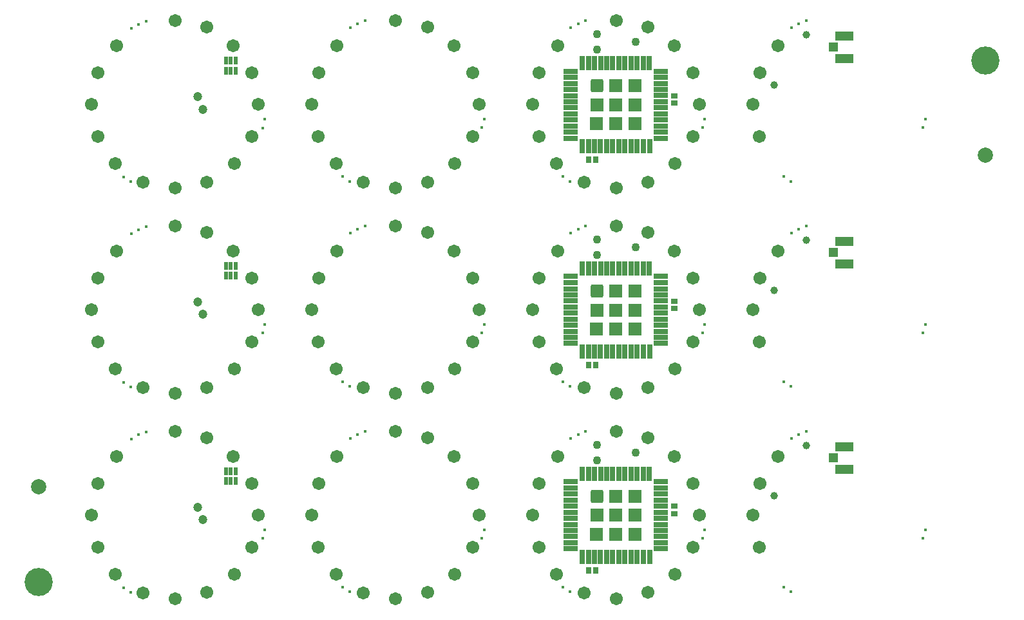
<source format=gts>
G04*
G04 #@! TF.GenerationSoftware,Altium Limited,Altium Designer,19.0.15 (446)*
G04*
G04 Layer_Color=8388736*
%FSAX25Y25*%
%MOIN*%
G70*
G01*
G75*
%ADD24C,0.04724*%
%ADD28C,0.14567*%
%ADD70C,0.07874*%
%ADD71R,0.04737X0.04737*%
%ADD72R,0.09461X0.04934*%
%ADD73R,0.03320X0.03162*%
%ADD74R,0.07493X0.02769*%
%ADD75R,0.02769X0.07493*%
G04:AMPARAMS|DCode=76|XSize=67.06mil|YSize=67.06mil|CornerRadius=9.91mil|HoleSize=0mil|Usage=FLASHONLY|Rotation=0.000|XOffset=0mil|YOffset=0mil|HoleType=Round|Shape=RoundedRectangle|*
%AMROUNDEDRECTD76*
21,1,0.06706,0.04724,0,0,0.0*
21,1,0.04724,0.06706,0,0,0.0*
1,1,0.01981,0.02362,-0.02362*
1,1,0.01981,-0.02362,-0.02362*
1,1,0.01981,-0.02362,0.02362*
1,1,0.01981,0.02362,0.02362*
%
%ADD76ROUNDEDRECTD76*%
%ADD77R,0.06706X0.06706*%
%ADD78R,0.03162X0.03320*%
%ADD79R,0.02375X0.04343*%
%ADD80C,0.01784*%
%ADD81C,0.03950*%
%ADD82C,0.06706*%
%ADD83C,0.04343*%
D24*
X0851979Y0331841D02*
D03*
X0854617Y0325345D02*
D03*
X0851979Y0438140D02*
D03*
X0854617Y0431644D02*
D03*
X0851979Y0544440D02*
D03*
X0854617Y0537943D02*
D03*
D28*
X0769685Y0293307D02*
D03*
X1259842Y0563189D02*
D03*
D70*
X0769685Y0342520D02*
D03*
X1259842Y0513976D02*
D03*
D71*
X1180963Y0357432D02*
D03*
Y0463731D02*
D03*
Y0570030D02*
D03*
D72*
X1186869Y0351624D02*
D03*
Y0363239D02*
D03*
Y0457924D02*
D03*
Y0469538D02*
D03*
Y0564223D02*
D03*
Y0575837D02*
D03*
D73*
X1098829Y0332313D02*
D03*
Y0328534D02*
D03*
Y0438613D02*
D03*
Y0434833D02*
D03*
Y0544912D02*
D03*
Y0541132D02*
D03*
D74*
X1045247Y0345010D02*
D03*
Y0341861D02*
D03*
Y0338672D02*
D03*
Y0335522D02*
D03*
Y0332372D02*
D03*
Y0329223D02*
D03*
Y0326113D02*
D03*
Y0322924D02*
D03*
Y0319774D02*
D03*
Y0316664D02*
D03*
Y0313475D02*
D03*
Y0310365D02*
D03*
X1091711Y0310345D02*
D03*
Y0313498D02*
D03*
X1091711Y0316656D02*
D03*
X1091711Y0319794D02*
D03*
X1091711Y0322943D02*
D03*
X1091711Y0326093D02*
D03*
X1091703Y0329223D02*
D03*
Y0332412D02*
D03*
Y0335561D02*
D03*
Y0338672D02*
D03*
Y0341861D02*
D03*
Y0345010D02*
D03*
X1045247Y0451309D02*
D03*
Y0448160D02*
D03*
Y0444971D02*
D03*
Y0441821D02*
D03*
Y0438672D02*
D03*
Y0435522D02*
D03*
Y0432412D02*
D03*
Y0429223D02*
D03*
Y0426073D02*
D03*
Y0422963D02*
D03*
Y0419774D02*
D03*
Y0416664D02*
D03*
X1091711Y0416644D02*
D03*
Y0419798D02*
D03*
X1091711Y0422955D02*
D03*
X1091711Y0426093D02*
D03*
X1091711Y0429243D02*
D03*
X1091711Y0432392D02*
D03*
X1091703Y0435522D02*
D03*
Y0438711D02*
D03*
Y0441861D02*
D03*
Y0444971D02*
D03*
Y0448160D02*
D03*
Y0451309D02*
D03*
X1045247Y0557609D02*
D03*
Y0554459D02*
D03*
Y0551270D02*
D03*
Y0548121D02*
D03*
Y0544971D02*
D03*
Y0541821D02*
D03*
Y0538711D02*
D03*
Y0535522D02*
D03*
Y0532373D02*
D03*
Y0529262D02*
D03*
Y0526073D02*
D03*
Y0522963D02*
D03*
X1091711Y0522943D02*
D03*
Y0526097D02*
D03*
X1091711Y0529254D02*
D03*
X1091711Y0532392D02*
D03*
X1091711Y0535542D02*
D03*
X1091711Y0538691D02*
D03*
X1091703Y0541821D02*
D03*
Y0545010D02*
D03*
Y0548160D02*
D03*
Y0551270D02*
D03*
Y0554459D02*
D03*
Y0557609D02*
D03*
D75*
X1051152Y0306211D02*
D03*
X1054309D02*
D03*
X1057459D02*
D03*
X1060609Y0306211D02*
D03*
X1063758Y0306211D02*
D03*
X1066908Y0306211D02*
D03*
X1070057D02*
D03*
X1073207Y0306215D02*
D03*
X1076357Y0306215D02*
D03*
X1079506Y0306211D02*
D03*
X1082683D02*
D03*
X1085995Y0306211D02*
D03*
X1085837Y0349144D02*
D03*
X1082648D02*
D03*
X1079538D02*
D03*
X1076388D02*
D03*
X1073239D02*
D03*
X1070089D02*
D03*
X1066939D02*
D03*
X1063790D02*
D03*
X1060640D02*
D03*
X1057491D02*
D03*
X1054341D02*
D03*
X1051152D02*
D03*
Y0412510D02*
D03*
X1054309D02*
D03*
X1057459D02*
D03*
X1060609Y0412510D02*
D03*
X1063758Y0412510D02*
D03*
X1066908Y0412510D02*
D03*
X1070057D02*
D03*
X1073207Y0412514D02*
D03*
X1076357Y0412514D02*
D03*
X1079506Y0412510D02*
D03*
X1082683D02*
D03*
X1085995Y0412510D02*
D03*
X1085837Y0455443D02*
D03*
X1082648D02*
D03*
X1079538D02*
D03*
X1076388D02*
D03*
X1073239D02*
D03*
X1070089D02*
D03*
X1066939D02*
D03*
X1063790D02*
D03*
X1060640D02*
D03*
X1057491D02*
D03*
X1054341D02*
D03*
X1051152D02*
D03*
Y0518810D02*
D03*
X1054309D02*
D03*
X1057459D02*
D03*
X1060609Y0518810D02*
D03*
X1063758Y0518810D02*
D03*
X1066908Y0518810D02*
D03*
X1070057D02*
D03*
X1073207Y0518814D02*
D03*
X1076357Y0518814D02*
D03*
X1079506Y0518810D02*
D03*
X1082683D02*
D03*
X1085995Y0518810D02*
D03*
X1085837Y0561743D02*
D03*
X1082648D02*
D03*
X1079538D02*
D03*
X1076388D02*
D03*
X1073239D02*
D03*
X1070089D02*
D03*
X1066939D02*
D03*
X1063790D02*
D03*
X1060640D02*
D03*
X1057491D02*
D03*
X1054341D02*
D03*
X1051152D02*
D03*
D76*
X1058640Y0337510D02*
D03*
Y0443810D02*
D03*
Y0550109D02*
D03*
D77*
X1068483Y0337510D02*
D03*
X1078325Y0337510D02*
D03*
X1058640Y0327668D02*
D03*
X1068483D02*
D03*
X1078325D02*
D03*
X1058542Y0317825D02*
D03*
X1068483D02*
D03*
X1078325D02*
D03*
X1068483Y0443810D02*
D03*
X1078325Y0443810D02*
D03*
X1058640Y0433967D02*
D03*
X1068483D02*
D03*
X1078325D02*
D03*
X1058542Y0424124D02*
D03*
X1068483D02*
D03*
X1078325D02*
D03*
X1068483Y0550109D02*
D03*
X1078325Y0550109D02*
D03*
X1058640Y0540266D02*
D03*
X1068483D02*
D03*
X1078325D02*
D03*
X1058542Y0530424D02*
D03*
X1068483D02*
D03*
X1078325D02*
D03*
D78*
X1054302Y0299046D02*
D03*
X1058081D02*
D03*
X1054302Y0405345D02*
D03*
X1058081D02*
D03*
X1054302Y0511644D02*
D03*
X1058081D02*
D03*
D79*
X0871782Y0345345D02*
D03*
X0869223D02*
D03*
X0866664D02*
D03*
Y0350463D02*
D03*
X0869223D02*
D03*
X0871782D02*
D03*
Y0451644D02*
D03*
X0869223D02*
D03*
X0866664D02*
D03*
Y0456762D02*
D03*
X0869223D02*
D03*
X0871782D02*
D03*
Y0557943D02*
D03*
X0869223D02*
D03*
X0866664D02*
D03*
Y0563062D02*
D03*
X0869223D02*
D03*
X0871782D02*
D03*
D80*
X1228632Y0320306D02*
D03*
X1227569Y0315935D02*
D03*
X1167046Y0371199D02*
D03*
X1163219Y0369546D02*
D03*
X1159369Y0367538D02*
D03*
X1159053Y0288022D02*
D03*
X1155404Y0290384D02*
D03*
X1228632Y0426605D02*
D03*
X1227569Y0422235D02*
D03*
X1167046Y0477498D02*
D03*
X1163219Y0475845D02*
D03*
X1159369Y0473837D02*
D03*
X1159053Y0394321D02*
D03*
X1155404Y0396684D02*
D03*
X1228632Y0532904D02*
D03*
X1227569Y0528534D02*
D03*
X1167046Y0583798D02*
D03*
X1163219Y0582144D02*
D03*
X1159369Y0580136D02*
D03*
X1159053Y0500620D02*
D03*
X1155404Y0502983D02*
D03*
X1114459Y0320306D02*
D03*
X1113396Y0315935D02*
D03*
X1052872Y0371199D02*
D03*
X1049046Y0369546D02*
D03*
X1045195Y0367538D02*
D03*
X1044880Y0288022D02*
D03*
X1041231Y0290384D02*
D03*
X1114459Y0426605D02*
D03*
X1113396Y0422235D02*
D03*
X1052872Y0477498D02*
D03*
X1049046Y0475845D02*
D03*
X1045195Y0473837D02*
D03*
X1044880Y0394321D02*
D03*
X1041231Y0396684D02*
D03*
X1114459Y0532904D02*
D03*
X1113396Y0528534D02*
D03*
X1052872Y0583798D02*
D03*
X1049046Y0582144D02*
D03*
X1045195Y0580136D02*
D03*
X1044880Y0500620D02*
D03*
X1041231Y0502983D02*
D03*
X1000286Y0320306D02*
D03*
X0999223Y0315935D02*
D03*
X0938699Y0371199D02*
D03*
X0934873Y0369546D02*
D03*
X0931022Y0367538D02*
D03*
X0930707Y0288022D02*
D03*
X0927057Y0290384D02*
D03*
X1000286Y0426605D02*
D03*
X0999223Y0422235D02*
D03*
X0938699Y0477498D02*
D03*
X0934873Y0475845D02*
D03*
X0931022Y0473837D02*
D03*
X0930707Y0394321D02*
D03*
X0927057Y0396684D02*
D03*
X1000286Y0532904D02*
D03*
X0999223Y0528534D02*
D03*
X0938699Y0583798D02*
D03*
X0934873Y0582144D02*
D03*
X0931022Y0580136D02*
D03*
X0930707Y0500620D02*
D03*
X0927057Y0502983D02*
D03*
X0886900Y0320069D02*
D03*
X0885837Y0315699D02*
D03*
X0825313Y0370963D02*
D03*
X0821487Y0369309D02*
D03*
X0817636Y0367302D02*
D03*
X0817321Y0287786D02*
D03*
X0813672Y0290148D02*
D03*
X0886900Y0426369D02*
D03*
X0885837Y0421999D02*
D03*
X0825313Y0477262D02*
D03*
X0821487Y0475609D02*
D03*
X0817636Y0473601D02*
D03*
X0817321Y0394085D02*
D03*
X0813672Y0396447D02*
D03*
X0886900Y0532668D02*
D03*
X0885837Y0528298D02*
D03*
X0825313Y0583562D02*
D03*
X0821487Y0581908D02*
D03*
X0817636Y0579900D02*
D03*
X0817321Y0500384D02*
D03*
X0813672Y0502746D02*
D03*
D81*
X1167136Y0363731D02*
D03*
X1150523Y0337904D02*
D03*
X1167136Y0470030D02*
D03*
X1150523Y0444203D02*
D03*
X1167136Y0576329D02*
D03*
X1150523Y0550502D02*
D03*
D82*
X1152491Y0358101D02*
D03*
X1143002Y0344226D02*
D03*
X1139499Y0327786D02*
D03*
X1142871Y0311172D02*
D03*
X1152491Y0464400D02*
D03*
X1143002Y0450525D02*
D03*
X1139499Y0434085D02*
D03*
X1142871Y0417471D02*
D03*
X1152491Y0570699D02*
D03*
X1143002Y0556824D02*
D03*
X1139499Y0540384D02*
D03*
X1142871Y0523770D02*
D03*
X1108484Y0311202D02*
D03*
X1038317Y0358101D02*
D03*
X1028829Y0344226D02*
D03*
X1025325Y0327786D02*
D03*
X1028698Y0311172D02*
D03*
X1037924Y0297077D02*
D03*
X1052012Y0287640D02*
D03*
X1068632Y0284479D02*
D03*
X1085211Y0287658D02*
D03*
X1099236Y0297155D02*
D03*
X1111912Y0327786D02*
D03*
X1108472Y0344137D02*
D03*
X1098947Y0358101D02*
D03*
X1085166Y0367714D02*
D03*
X1068632Y0371093D02*
D03*
X1108484Y0417501D02*
D03*
X1038317Y0464400D02*
D03*
X1028829Y0450525D02*
D03*
X1025325Y0434085D02*
D03*
X1028698Y0417471D02*
D03*
X1037924Y0403376D02*
D03*
X1052012Y0393939D02*
D03*
X1068632Y0390778D02*
D03*
X1085211Y0393957D02*
D03*
X1099236Y0403454D02*
D03*
X1111912Y0434085D02*
D03*
X1108472Y0450436D02*
D03*
X1098947Y0464400D02*
D03*
X1085166Y0474013D02*
D03*
X1068632Y0477392D02*
D03*
X1108484Y0523800D02*
D03*
X1038317Y0570699D02*
D03*
X1028829Y0556824D02*
D03*
X1025325Y0540384D02*
D03*
X1028698Y0523770D02*
D03*
X1037924Y0509676D02*
D03*
X1052012Y0500239D02*
D03*
X1068632Y0497077D02*
D03*
X1085211Y0500256D02*
D03*
X1099236Y0509753D02*
D03*
X1111912Y0540384D02*
D03*
X1108472Y0556735D02*
D03*
X1098947Y0570699D02*
D03*
X1085166Y0580312D02*
D03*
X1068632Y0583691D02*
D03*
X0994299Y0344137D02*
D03*
X0984774Y0358101D02*
D03*
X0954459Y0371093D02*
D03*
X0970992Y0367714D02*
D03*
D03*
X0997739Y0327719D02*
D03*
X0984774Y0358101D02*
D03*
X0954459Y0371093D02*
D03*
D03*
D03*
X0924144Y0358101D02*
D03*
X0914656Y0344226D02*
D03*
X0911152Y0327719D02*
D03*
X0914524Y0311172D02*
D03*
X0923750Y0297077D02*
D03*
X0937838Y0287640D02*
D03*
X0954432Y0284479D02*
D03*
X0971037Y0287658D02*
D03*
X0985168Y0297077D02*
D03*
X0994311Y0311202D02*
D03*
X0994299Y0450436D02*
D03*
X0984774Y0464400D02*
D03*
X0954459Y0477392D02*
D03*
X0970992Y0474013D02*
D03*
D03*
X0997739Y0434018D02*
D03*
X0984774Y0464400D02*
D03*
X0954459Y0477392D02*
D03*
D03*
D03*
X0924144Y0464400D02*
D03*
X0914656Y0450525D02*
D03*
X0911152Y0434018D02*
D03*
X0914524Y0417471D02*
D03*
X0923750Y0403376D02*
D03*
X0937838Y0393939D02*
D03*
X0954432Y0390778D02*
D03*
X0971037Y0393957D02*
D03*
X0985168Y0403376D02*
D03*
X0994311Y0417501D02*
D03*
X0994299Y0556735D02*
D03*
X0984774Y0570699D02*
D03*
X0954459Y0583691D02*
D03*
X0970992Y0580312D02*
D03*
D03*
X0997739Y0540317D02*
D03*
X0984774Y0570699D02*
D03*
X0954459Y0583691D02*
D03*
D03*
D03*
X0924144Y0570699D02*
D03*
X0914656Y0556824D02*
D03*
X0911152Y0540317D02*
D03*
X0914524Y0523770D02*
D03*
X0923750Y0509676D02*
D03*
X0937838Y0500239D02*
D03*
X0954432Y0497077D02*
D03*
X0971037Y0500256D02*
D03*
X0985168Y0509676D02*
D03*
X0994311Y0523800D02*
D03*
X0800482Y0344226D02*
D03*
X0800351Y0311172D02*
D03*
X0809577Y0297077D02*
D03*
X0870601Y0358101D02*
D03*
X0880126Y0344137D02*
D03*
X0809971Y0358101D02*
D03*
X0796979Y0327719D02*
D03*
X0823665Y0287640D02*
D03*
X0840286Y0284479D02*
D03*
X0880138Y0311202D02*
D03*
X0883565Y0327719D02*
D03*
X0856864Y0287658D02*
D03*
X0870994Y0297077D02*
D03*
X0856819Y0367714D02*
D03*
X0840286Y0371093D02*
D03*
X0800482Y0450525D02*
D03*
X0800351Y0417471D02*
D03*
X0809577Y0403376D02*
D03*
X0870601Y0464400D02*
D03*
X0880126Y0450436D02*
D03*
X0809971Y0464400D02*
D03*
X0796979Y0434018D02*
D03*
X0823665Y0393939D02*
D03*
X0840286Y0390778D02*
D03*
X0880138Y0417501D02*
D03*
X0883565Y0434018D02*
D03*
X0856864Y0393957D02*
D03*
X0870994Y0403376D02*
D03*
X0856819Y0474013D02*
D03*
X0840286Y0477392D02*
D03*
X0800482Y0556824D02*
D03*
X0800351Y0523770D02*
D03*
X0809577Y0509676D02*
D03*
X0870601Y0570699D02*
D03*
X0880126Y0556735D02*
D03*
X0809971Y0570699D02*
D03*
X0796979Y0540317D02*
D03*
X0823665Y0500239D02*
D03*
X0840286Y0497077D02*
D03*
X0880138Y0523800D02*
D03*
X0883565Y0540317D02*
D03*
X0856864Y0500256D02*
D03*
X0870994Y0509676D02*
D03*
X0856819Y0580312D02*
D03*
X0840286Y0583691D02*
D03*
D83*
X1058632Y0356246D02*
D03*
Y0364247D02*
D03*
X1078632Y0360246D02*
D03*
X1058632Y0462546D02*
D03*
Y0470546D02*
D03*
X1078632Y0466546D02*
D03*
X1058632Y0568845D02*
D03*
Y0576845D02*
D03*
X1078632Y0572845D02*
D03*
M02*

</source>
